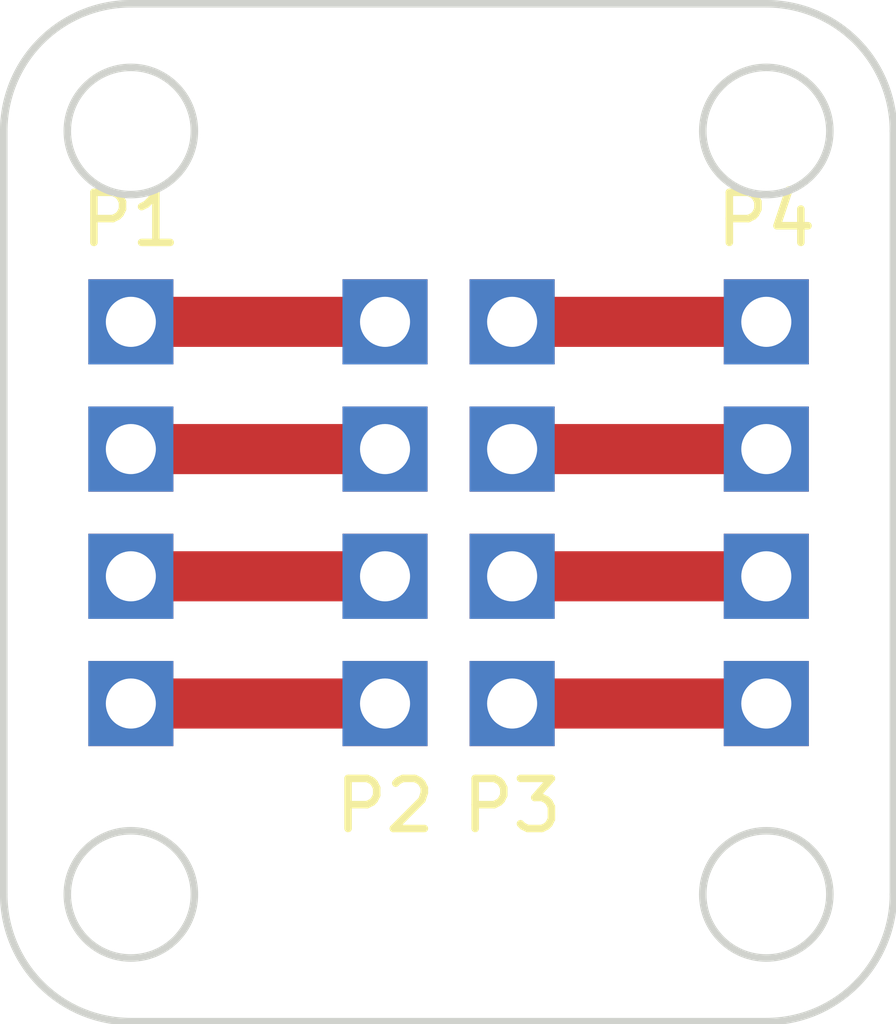
<source format=kicad_pcb>
(kicad_pcb (version 20171130) (host pcbnew "(5.0.0)")

  (general
    (thickness 1.6)
    (drawings 12)
    (tracks 8)
    (zones 0)
    (modules 4)
    (nets 9)
  )

  (page A4)
  (layers
    (0 F.Cu signal)
    (31 B.Cu signal)
    (32 B.Adhes user hide)
    (33 F.Adhes user hide)
    (34 B.Paste user hide)
    (35 F.Paste user hide)
    (36 B.SilkS user hide)
    (37 F.SilkS user hide)
    (38 B.Mask user hide)
    (39 F.Mask user hide)
    (40 Dwgs.User user hide)
    (41 Cmts.User user hide)
    (42 Eco1.User user hide)
    (43 Eco2.User user hide)
    (44 Edge.Cuts user)
    (45 Margin user hide)
    (46 B.CrtYd user hide)
    (47 F.CrtYd user hide)
    (48 B.Fab user hide)
    (49 F.Fab user hide)
  )

  (setup
    (last_trace_width 1)
    (trace_clearance 0.2)
    (zone_clearance 0.508)
    (zone_45_only no)
    (trace_min 1)
    (segment_width 0.2)
    (edge_width 0.15)
    (via_size 0.6)
    (via_drill 0.4)
    (via_min_size 0.4)
    (via_min_drill 0.3)
    (uvia_size 0.3)
    (uvia_drill 0.1)
    (uvias_allowed no)
    (uvia_min_size 0.2)
    (uvia_min_drill 0.1)
    (pcb_text_width 0.3)
    (pcb_text_size 1.5 1.5)
    (mod_edge_width 0.15)
    (mod_text_size 1 1)
    (mod_text_width 0.15)
    (pad_size 1.524 1.524)
    (pad_drill 0.762)
    (pad_to_mask_clearance 0.2)
    (aux_axis_origin 0 0)
    (visible_elements 7FFFFFFF)
    (pcbplotparams
      (layerselection 0x01000_ffffffff)
      (usegerberextensions false)
      (usegerberattributes false)
      (usegerberadvancedattributes false)
      (creategerberjobfile false)
      (excludeedgelayer true)
      (linewidth 0.100000)
      (plotframeref false)
      (viasonmask false)
      (mode 1)
      (useauxorigin false)
      (hpglpennumber 1)
      (hpglpenspeed 20)
      (hpglpendiameter 15.000000)
      (psnegative false)
      (psa4output false)
      (plotreference true)
      (plotvalue true)
      (plotinvisibletext false)
      (padsonsilk false)
      (subtractmaskfromsilk false)
      (outputformat 1)
      (mirror false)
      (drillshape 0)
      (scaleselection 1)
      (outputdirectory ""))
  )

  (net 0 "")
  (net 1 "Net-(P1-Pad4)")
  (net 2 "Net-(P1-Pad3)")
  (net 3 "Net-(P1-Pad2)")
  (net 4 "Net-(P1-Pad1)")
  (net 5 "Net-(P3-Pad4)")
  (net 6 "Net-(P3-Pad3)")
  (net 7 "Net-(P3-Pad2)")
  (net 8 "Net-(P3-Pad1)")

  (net_class Default "This is the default net class."
    (clearance 0.2)
    (trace_width 1)
    (via_dia 0.6)
    (via_drill 0.4)
    (uvia_dia 0.3)
    (uvia_drill 0.1)
    (diff_pair_gap 0.25)
    (diff_pair_width 2)
    (add_net "Net-(P1-Pad1)")
    (add_net "Net-(P1-Pad2)")
    (add_net "Net-(P1-Pad3)")
    (add_net "Net-(P1-Pad4)")
    (add_net "Net-(P3-Pad1)")
    (add_net "Net-(P3-Pad2)")
    (add_net "Net-(P3-Pad3)")
    (add_net "Net-(P3-Pad4)")
  )

  (module parts:channel (layer F.Cu) (tedit 5BD3A5AF) (tstamp 5BD3A66F)
    (at 137.16 104.14)
    (path /5BD39F72)
    (fp_text reference P1 (at 0 0.5) (layer F.SilkS)
      (effects (font (size 1 1) (thickness 0.15)))
    )
    (fp_text value CONN_01X04 (at 0 -0.5) (layer F.Fab)
      (effects (font (size 1 1) (thickness 0.15)))
    )
    (pad 4 thru_hole rect (at 0 10.16) (size 1.7 1.7) (drill 1) (layers *.Cu *.Mask)
      (net 1 "Net-(P1-Pad4)"))
    (pad 3 thru_hole rect (at 0 7.62) (size 1.7 1.7) (drill 1) (layers *.Cu *.Mask)
      (net 2 "Net-(P1-Pad3)"))
    (pad 2 thru_hole rect (at 0 5.08) (size 1.7 1.7) (drill 1) (layers *.Cu *.Mask)
      (net 3 "Net-(P1-Pad2)"))
    (pad 1 thru_hole rect (at 0 2.54) (size 1.7 1.7) (drill 1) (layers *.Cu *.Mask)
      (net 4 "Net-(P1-Pad1)"))
  )

  (module parts:channel (layer F.Cu) (tedit 5BD3A5AF) (tstamp 5BD3A676)
    (at 142.24 116.84 180)
    (path /5BD39F2F)
    (fp_text reference P2 (at 0 0.5 180) (layer F.SilkS)
      (effects (font (size 1 1) (thickness 0.15)))
    )
    (fp_text value CONN_01X04 (at 0 -0.5 180) (layer F.Fab)
      (effects (font (size 1 1) (thickness 0.15)))
    )
    (pad 1 thru_hole rect (at 0 2.54 180) (size 1.7 1.7) (drill 1) (layers *.Cu *.Mask)
      (net 1 "Net-(P1-Pad4)"))
    (pad 2 thru_hole rect (at 0 5.08 180) (size 1.7 1.7) (drill 1) (layers *.Cu *.Mask)
      (net 2 "Net-(P1-Pad3)"))
    (pad 3 thru_hole rect (at 0 7.62 180) (size 1.7 1.7) (drill 1) (layers *.Cu *.Mask)
      (net 3 "Net-(P1-Pad2)"))
    (pad 4 thru_hole rect (at 0 10.16 180) (size 1.7 1.7) (drill 1) (layers *.Cu *.Mask)
      (net 4 "Net-(P1-Pad1)"))
  )

  (module parts:channel (layer F.Cu) (tedit 5BD3A5AF) (tstamp 5BD3A67D)
    (at 144.78 116.84 180)
    (path /5BD39FA9)
    (fp_text reference P3 (at 0 0.5 180) (layer F.SilkS)
      (effects (font (size 1 1) (thickness 0.15)))
    )
    (fp_text value CONN_01X04 (at 0 -0.5 180) (layer F.Fab)
      (effects (font (size 1 1) (thickness 0.15)))
    )
    (pad 1 thru_hole rect (at 0 2.54 180) (size 1.7 1.7) (drill 1) (layers *.Cu *.Mask)
      (net 8 "Net-(P3-Pad1)"))
    (pad 2 thru_hole rect (at 0 5.08 180) (size 1.7 1.7) (drill 1) (layers *.Cu *.Mask)
      (net 7 "Net-(P3-Pad2)"))
    (pad 3 thru_hole rect (at 0 7.62 180) (size 1.7 1.7) (drill 1) (layers *.Cu *.Mask)
      (net 6 "Net-(P3-Pad3)"))
    (pad 4 thru_hole rect (at 0 10.16 180) (size 1.7 1.7) (drill 1) (layers *.Cu *.Mask)
      (net 5 "Net-(P3-Pad4)"))
  )

  (module parts:channel (layer F.Cu) (tedit 5BD3A5AF) (tstamp 5BD3A684)
    (at 149.86 104.14)
    (path /5BD39FF6)
    (fp_text reference P4 (at 0 0.5) (layer F.SilkS)
      (effects (font (size 1 1) (thickness 0.15)))
    )
    (fp_text value CONN_01X04 (at 0 -0.5) (layer F.Fab)
      (effects (font (size 1 1) (thickness 0.15)))
    )
    (pad 4 thru_hole rect (at 0 10.16) (size 1.7 1.7) (drill 1) (layers *.Cu *.Mask)
      (net 8 "Net-(P3-Pad1)"))
    (pad 3 thru_hole rect (at 0 7.62) (size 1.7 1.7) (drill 1) (layers *.Cu *.Mask)
      (net 7 "Net-(P3-Pad2)"))
    (pad 2 thru_hole rect (at 0 5.08) (size 1.7 1.7) (drill 1) (layers *.Cu *.Mask)
      (net 6 "Net-(P3-Pad3)"))
    (pad 1 thru_hole rect (at 0 2.54) (size 1.7 1.7) (drill 1) (layers *.Cu *.Mask)
      (net 5 "Net-(P3-Pad4)"))
  )

  (gr_line (start 137.16 120.65) (end 149.86 120.65) (angle 90) (layer Edge.Cuts) (width 0.15))
  (gr_line (start 134.62 102.87) (end 134.62 118.11) (angle 90) (layer Edge.Cuts) (width 0.15))
  (gr_line (start 149.86 100.33) (end 137.16 100.33) (angle 90) (layer Edge.Cuts) (width 0.15))
  (gr_line (start 152.4 118.11) (end 152.4 102.87) (angle 90) (layer Edge.Cuts) (width 0.15))
  (gr_arc (start 137.16 118.11) (end 137.16 120.65) (angle 90) (layer Edge.Cuts) (width 0.15))
  (gr_arc (start 137.16 102.87) (end 134.62 102.87) (angle 90) (layer Edge.Cuts) (width 0.15))
  (gr_arc (start 149.86 102.87) (end 149.86 100.33) (angle 90) (layer Edge.Cuts) (width 0.15))
  (gr_arc (start 149.86 118.11) (end 152.4 118.11) (angle 90) (layer Edge.Cuts) (width 0.15))
  (gr_circle (center 137.16 118.11) (end 137.16 116.84) (layer Edge.Cuts) (width 0.15))
  (gr_circle (center 149.86 118.11) (end 149.86 116.84) (layer Edge.Cuts) (width 0.15))
  (gr_circle (center 137.16 102.87) (end 137.16 104.14) (layer Edge.Cuts) (width 0.15))
  (gr_circle (center 149.86 102.87) (end 149.86 104.14) (layer Edge.Cuts) (width 0.15))

  (segment (start 137.16 114.3) (end 142.24 114.3) (width 1) (layer F.Cu) (net 1))
  (segment (start 142.24 111.76) (end 137.16 111.76) (width 1) (layer F.Cu) (net 2))
  (segment (start 137.16 109.22) (end 142.24 109.22) (width 1) (layer F.Cu) (net 3))
  (segment (start 137.16 106.68) (end 142.24 106.68) (width 1) (layer F.Cu) (net 4))
  (segment (start 144.78 106.68) (end 149.86 106.68) (width 1) (layer F.Cu) (net 5))
  (segment (start 149.86 109.22) (end 144.78 109.22) (width 1) (layer F.Cu) (net 6))
  (segment (start 144.78 111.76) (end 149.86 111.76) (width 1) (layer F.Cu) (net 7))
  (segment (start 149.86 114.3) (end 144.78 114.3) (width 1) (layer F.Cu) (net 8))

)

</source>
